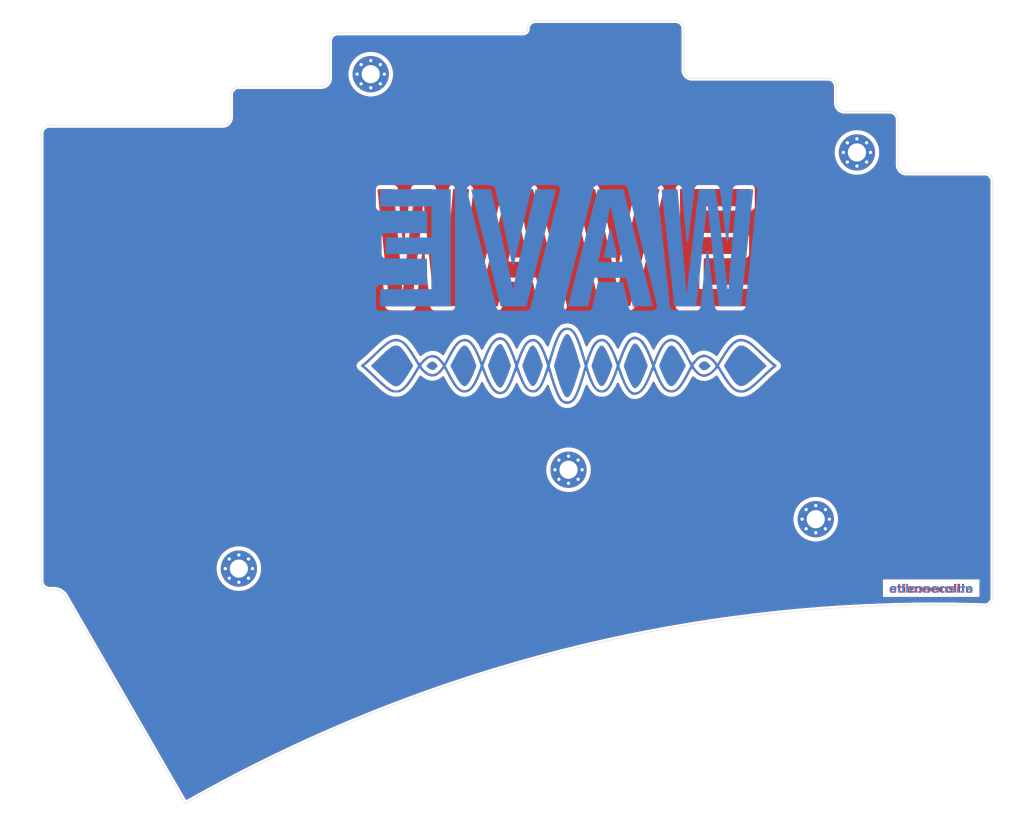
<source format=kicad_pcb>
(kicad_pcb (version 20221018) (generator pcbnew)
  (title_block (title "Wave Back Plate") (date "2023-09-06") (rev "0.0.1"))
  (layers (0 "F.Cu" signal) (31 "B.Cu" signal) (34 "B.Paste" user) (35 "F.Paste" user) (36 "B.SilkS" user "B.Silkscreen") (37 "F.SilkS" user "F.Silkscreen") (38 "B.Mask" user) (39 "F.Mask" user) (44 "Edge.Cuts" user))
  (net 0 "")
  (footprint "custom:logo_username" (layer "F.Cu") (at 139 91.5)
    (fp_text reference "REF**" hide)
    (fp_text value "logo_username" hide)
  )
  (footprint "custom:logo_wave_big" (layer "F.Cu") (at 95 55)
    (fp_text reference "REF**" hide)
    (fp_text value "logo_wave_back" hide)
  )
  (footprint "custom:MountingHole_2.2mm_M2_Pad_Via" (layer "F.Cu") (at 125 83)
    (fp_text reference "H_3")
    (fp_text value "Hole")
  )
  (footprint "custom:MountingHole_2.2mm_M2_Pad_Via" (layer "F.Cu") (at 55 89)
    (fp_text reference "H_1")
    (fp_text value "Hole")
  )
  (footprint "custom:MountingHole_2.2mm_M2_Pad_Via" (layer "F.Cu") (at 95 77)
    (fp_text reference "H_2")
    (fp_text value "Hole")
  )
  (footprint "custom:MountingHole_2.2mm_M2_Pad_Via" (layer "F.Cu") (at 130 38.5)
    (fp_text reference "H_5")
    (fp_text value "Hole")
  )
  (footprint "custom:MountingHole_2.2mm_M2_Pad_Via" (layer "F.Cu") (at 71 29)
    (fp_text reference "H_4")
    (fp_text value "Hole")
  )
  (gr_arc (start 145.5 41) (mid 146.207107 41.292893) (end 146.5 42) (stroke (width 0.05)) (layer "Edge.Cuts"))
  (gr_line (start 32 35.22) (end 53 35.22) (stroke (width 0.05)) (layer "Edge.Cuts"))
  (gr_line (start 91 22.5) (end 108 22.5) (stroke (width 0.05)) (layer "Edge.Cuts"))
  (gr_line (start 136 41) (end 145.5 41) (stroke (width 0.05)) (layer "Edge.Cuts"))
  (gr_arc (start 90 23.5) (mid 90.292893 22.792893) (end 91 22.5) (stroke (width 0.05)) (layer "Edge.Cuts"))
  (gr_line (start 67 24) (end 89.5 24) (stroke (width 0.05)) (layer "Edge.Cuts"))
  (gr_arc (start 48.5 117.5) (mid 95.337204 98.779534) (end 145.5 93.5) (stroke (width 0.05)) (layer "Edge.Cuts"))
  (gr_line (start 127.5 32.5) (end 127.5 30.5) (stroke (width 0.05)) (layer "Edge.Cuts"))
  (gr_arc (start 32 91.5) (mid 31.292893 91.207107) (end 31 90.5) (stroke (width 0.05)) (layer "Edge.Cuts"))
  (gr_line (start 66 29.5) (end 66 25) (stroke (width 0.05)) (layer "Edge.Cuts"))
  (gr_arc (start 66 25) (mid 66.292893 24.292893) (end 67 24) (stroke (width 0.05)) (layer "Edge.Cuts"))
  (gr_line (start 146.5 42) (end 146.5 92.5) (stroke (width 0.05)) (layer "Edge.Cuts"))
  (gr_arc (start 128.5 33.5) (mid 127.792893 33.207107) (end 127.5 32.5) (stroke (width 0.05)) (layer "Edge.Cuts"))
  (gr_line (start 54 31.5) (end 54 34.22) (stroke (width 0.05)) (layer "Edge.Cuts"))
  (gr_arc (start 146.5 92.5) (mid 146.207107 93.207107) (end 145.5 93.5) (stroke (width 0.05)) (layer "Edge.Cuts"))
  (gr_arc (start 110 29.5) (mid 109.292893 29.207107) (end 109 28.5) (stroke (width 0.05)) (layer "Edge.Cuts"))
  (gr_line (start 32 91.5) (end 32.5 91.5) (stroke (width 0.05)) (layer "Edge.Cuts"))
  (gr_line (start 134.999999 34.500001) (end 135 40) (stroke (width 0.05)) (layer "Edge.Cuts"))
  (gr_arc (start 126.5 29.5) (mid 127.207107 29.792893) (end 127.5 30.5) (stroke (width 0.05)) (layer "Edge.Cuts"))
  (gr_line (start 109 23.5) (end 109 28.5) (stroke (width 0.05)) (layer "Edge.Cuts"))
  (gr_arc (start 32.5 91.5) (mid 33.279998 91.690003) (end 33.9 92.2) (stroke (width 0.05)) (layer "Edge.Cuts"))
  (gr_line (start 55 30.5) (end 65 30.5) (stroke (width 0.05)) (layer "Edge.Cuts"))
  (gr_line (start 31 90.5) (end 31 36.22) (stroke (width 0.05)) (layer "Edge.Cuts"))
  (gr_arc (start 108 22.5) (mid 108.707107 22.792893) (end 109 23.5) (stroke (width 0.05)) (layer "Edge.Cuts"))
  (gr_arc (start 54 31.5) (mid 54.292893 30.792893) (end 55 30.5) (stroke (width 0.05)) (layer "Edge.Cuts"))
  (gr_line (start 128.499999 33.500001) (end 133.999999 33.500001) (stroke (width 0.05)) (layer "Edge.Cuts"))
  (gr_arc (start 66 29.5) (mid 65.707107 30.207107) (end 65 30.5) (stroke (width 0.05)) (layer "Edge.Cuts"))
  (gr_arc (start 133.999999 33.500001) (mid 134.707106 33.792894) (end 134.999999 34.500001) (stroke (width 0.05)) (layer "Edge.Cuts"))
  (gr_line (start 33.9 92.2) (end 48.5 117.5) (stroke (width 0.05)) (layer "Edge.Cuts"))
  (gr_arc (start 54 34.22) (mid 53.707107 34.927107) (end 53 35.22) (stroke (width 0.05)) (layer "Edge.Cuts"))
  (gr_arc (start 90 23.5) (mid 89.853553 23.853553) (end 89.5 24) (stroke (width 0.05)) (layer "Edge.Cuts"))
  (gr_arc (start 31 36.22) (mid 31.292893 35.512893) (end 32 35.22) (stroke (width 0.05)) (layer "Edge.Cuts"))
  (gr_arc (start 136 41) (mid 135.292893 40.707107) (end 135 40) (stroke (width 0.05)) (layer "Edge.Cuts"))
  (gr_line (start 110 29.5) (end 126.5 29.5) (stroke (width 0.05)) (layer "Edge.Cuts"))
  (zone (net 0) (net_name "") (layers "F&B.Cu") (name "Ground") (connect_pads (clearance 0.508)) (min_thickness 0.254) (fill yes (thermal_gap 0.508) (thermal_bridge_width 0.508) (island_removal_mode 2) (island_area_min 1.5))
    (polygon (pts (xy 150.285298 20.309186) (xy 149.901563 118.889311) (xy 26.012915 118.834236) (xy 27 20)))
  )
)
</source>
